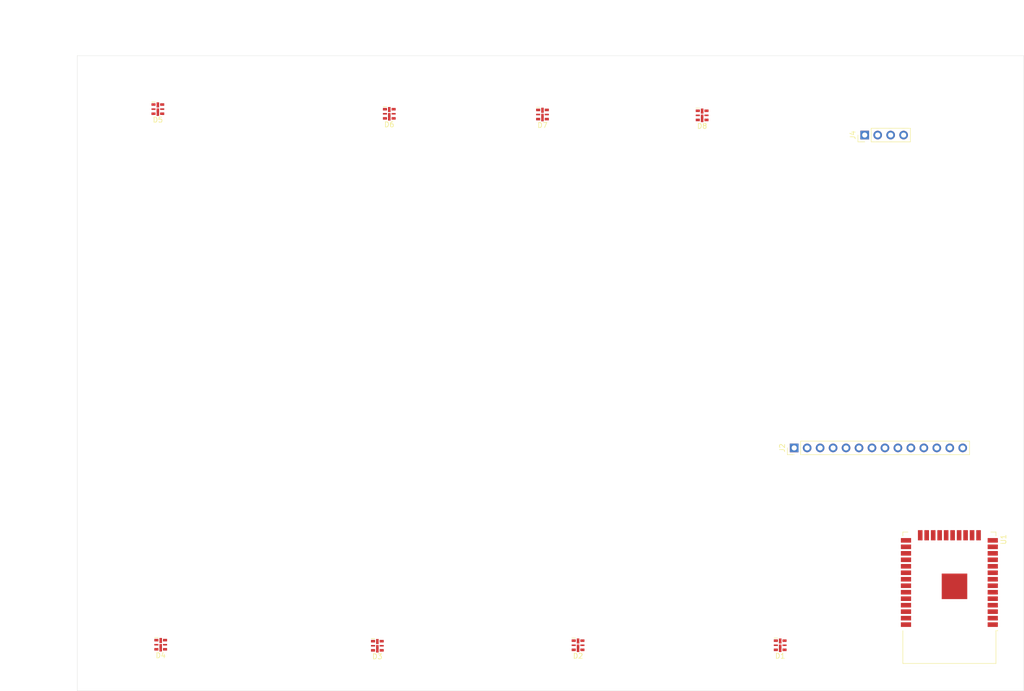
<source format=kicad_pcb>
(kicad_pcb (version 20171130) (host pcbnew "(5.1.2-1)-1")

  (general
    (thickness 1.6)
    (drawings 6)
    (tracks 0)
    (zones 0)
    (modules 11)
    (nets 71)
  )

  (page A4)
  (layers
    (0 F.Cu signal)
    (31 B.Cu signal)
    (32 B.Adhes user)
    (33 F.Adhes user)
    (34 B.Paste user)
    (35 F.Paste user)
    (36 B.SilkS user)
    (37 F.SilkS user)
    (38 B.Mask user)
    (39 F.Mask user)
    (40 Dwgs.User user)
    (41 Cmts.User user)
    (42 Eco1.User user)
    (43 Eco2.User user)
    (44 Edge.Cuts user)
    (45 Margin user)
    (46 B.CrtYd user)
    (47 F.CrtYd user)
    (48 B.Fab user)
    (49 F.Fab user)
  )

  (setup
    (last_trace_width 0.25)
    (trace_clearance 0.2)
    (zone_clearance 0.508)
    (zone_45_only no)
    (trace_min 0.2)
    (via_size 0.8)
    (via_drill 0.4)
    (via_min_size 0.4)
    (via_min_drill 0.3)
    (uvia_size 0.3)
    (uvia_drill 0.1)
    (uvias_allowed no)
    (uvia_min_size 0.2)
    (uvia_min_drill 0.1)
    (edge_width 0.05)
    (segment_width 0.2)
    (pcb_text_width 0.3)
    (pcb_text_size 1.5 1.5)
    (mod_edge_width 0.12)
    (mod_text_size 1 1)
    (mod_text_width 0.15)
    (pad_size 1.524 1.524)
    (pad_drill 0.762)
    (pad_to_mask_clearance 0.051)
    (solder_mask_min_width 0.25)
    (aux_axis_origin 45.72 25.4)
    (grid_origin 45.72 25.4)
    (visible_elements FFFFFF7F)
    (pcbplotparams
      (layerselection 0x010fc_ffffffff)
      (usegerberextensions false)
      (usegerberattributes false)
      (usegerberadvancedattributes false)
      (creategerberjobfile false)
      (excludeedgelayer true)
      (linewidth 0.100000)
      (plotframeref false)
      (viasonmask false)
      (mode 1)
      (useauxorigin false)
      (hpglpennumber 1)
      (hpglpenspeed 20)
      (hpglpendiameter 15.000000)
      (psnegative false)
      (psa4output false)
      (plotreference true)
      (plotvalue true)
      (plotinvisibletext false)
      (padsonsilk false)
      (subtractmaskfromsilk false)
      (outputformat 1)
      (mirror false)
      (drillshape 1)
      (scaleselection 1)
      (outputdirectory ""))
  )

  (net 0 "")
  (net 1 GND)
  (net 2 +3V3)
  (net 3 /LED_D)
  (net 4 /LED_CLK)
  (net 5 "Net-(D1-Pad3)")
  (net 6 "Net-(D1-Pad2)")
  (net 7 "Net-(D2-Pad3)")
  (net 8 "Net-(D2-Pad2)")
  (net 9 "Net-(D3-Pad3)")
  (net 10 "Net-(D3-Pad2)")
  (net 11 "Net-(D4-Pad3)")
  (net 12 "Net-(D4-Pad2)")
  (net 13 "Net-(D5-Pad3)")
  (net 14 "Net-(D5-Pad2)")
  (net 15 "Net-(D6-Pad3)")
  (net 16 "Net-(D6-Pad2)")
  (net 17 "Net-(D8-Pad3)")
  (net 18 "Net-(D8-Pad2)")
  (net 19 /LCD_CS)
  (net 20 /LCD_RST)
  (net 21 /LCD_DR_SEL)
  (net 22 /LCD_SDI)
  (net 23 /LCD_SCK)
  (net 24 /LCD_BL)
  (net 25 /LCD_SDO)
  (net 26 /T_CLK)
  (net 27 /T_CS)
  (net 28 /T_DIN)
  (net 29 /T_DO)
  (net 30 /T_IRQ)
  (net 31 /SD_CS)
  (net 32 /SD_MOSI)
  (net 33 /SD_MISO)
  (net 34 /SD_SCK)
  (net 35 "Net-(U1-Pad37)")
  (net 36 "Net-(U1-Pad36)")
  (net 37 "Net-(U1-Pad35)")
  (net 38 "Net-(U1-Pad34)")
  (net 39 "Net-(U1-Pad33)")
  (net 40 "Net-(U1-Pad32)")
  (net 41 "Net-(U1-Pad31)")
  (net 42 "Net-(U1-Pad30)")
  (net 43 "Net-(U1-Pad29)")
  (net 44 "Net-(U1-Pad28)")
  (net 45 "Net-(U1-Pad27)")
  (net 46 "Net-(U1-Pad26)")
  (net 47 "Net-(U1-Pad25)")
  (net 48 "Net-(U1-Pad24)")
  (net 49 "Net-(U1-Pad23)")
  (net 50 "Net-(U1-Pad22)")
  (net 51 "Net-(U1-Pad21)")
  (net 52 "Net-(U1-Pad20)")
  (net 53 "Net-(U1-Pad19)")
  (net 54 "Net-(U1-Pad18)")
  (net 55 "Net-(U1-Pad17)")
  (net 56 "Net-(U1-Pad16)")
  (net 57 "Net-(U1-Pad14)")
  (net 58 "Net-(U1-Pad13)")
  (net 59 "Net-(U1-Pad12)")
  (net 60 "Net-(U1-Pad11)")
  (net 61 "Net-(U1-Pad10)")
  (net 62 "Net-(U1-Pad9)")
  (net 63 "Net-(U1-Pad8)")
  (net 64 "Net-(U1-Pad7)")
  (net 65 "Net-(U1-Pad6)")
  (net 66 "Net-(U1-Pad5)")
  (net 67 "Net-(U1-Pad4)")
  (net 68 "Net-(U1-Pad3)")
  (net 69 "Net-(D7-Pad3)")
  (net 70 "Net-(D7-Pad2)")

  (net_class Default "This is the default net class."
    (clearance 0.2)
    (trace_width 0.25)
    (via_dia 0.8)
    (via_drill 0.4)
    (uvia_dia 0.3)
    (uvia_drill 0.1)
    (add_net +3V3)
    (add_net /LCD_BL)
    (add_net /LCD_CS)
    (add_net /LCD_DR_SEL)
    (add_net /LCD_RST)
    (add_net /LCD_SCK)
    (add_net /LCD_SDI)
    (add_net /LCD_SDO)
    (add_net /LED_CLK)
    (add_net /LED_D)
    (add_net /SD_CS)
    (add_net /SD_MISO)
    (add_net /SD_MOSI)
    (add_net /SD_SCK)
    (add_net /T_CLK)
    (add_net /T_CS)
    (add_net /T_DIN)
    (add_net /T_DO)
    (add_net /T_IRQ)
    (add_net GND)
    (add_net "Net-(D1-Pad2)")
    (add_net "Net-(D1-Pad3)")
    (add_net "Net-(D2-Pad2)")
    (add_net "Net-(D2-Pad3)")
    (add_net "Net-(D3-Pad2)")
    (add_net "Net-(D3-Pad3)")
    (add_net "Net-(D4-Pad2)")
    (add_net "Net-(D4-Pad3)")
    (add_net "Net-(D5-Pad2)")
    (add_net "Net-(D5-Pad3)")
    (add_net "Net-(D6-Pad2)")
    (add_net "Net-(D6-Pad3)")
    (add_net "Net-(D7-Pad2)")
    (add_net "Net-(D7-Pad3)")
    (add_net "Net-(D8-Pad2)")
    (add_net "Net-(D8-Pad3)")
    (add_net "Net-(U1-Pad10)")
    (add_net "Net-(U1-Pad11)")
    (add_net "Net-(U1-Pad12)")
    (add_net "Net-(U1-Pad13)")
    (add_net "Net-(U1-Pad14)")
    (add_net "Net-(U1-Pad16)")
    (add_net "Net-(U1-Pad17)")
    (add_net "Net-(U1-Pad18)")
    (add_net "Net-(U1-Pad19)")
    (add_net "Net-(U1-Pad20)")
    (add_net "Net-(U1-Pad21)")
    (add_net "Net-(U1-Pad22)")
    (add_net "Net-(U1-Pad23)")
    (add_net "Net-(U1-Pad24)")
    (add_net "Net-(U1-Pad25)")
    (add_net "Net-(U1-Pad26)")
    (add_net "Net-(U1-Pad27)")
    (add_net "Net-(U1-Pad28)")
    (add_net "Net-(U1-Pad29)")
    (add_net "Net-(U1-Pad3)")
    (add_net "Net-(U1-Pad30)")
    (add_net "Net-(U1-Pad31)")
    (add_net "Net-(U1-Pad32)")
    (add_net "Net-(U1-Pad33)")
    (add_net "Net-(U1-Pad34)")
    (add_net "Net-(U1-Pad35)")
    (add_net "Net-(U1-Pad36)")
    (add_net "Net-(U1-Pad37)")
    (add_net "Net-(U1-Pad4)")
    (add_net "Net-(U1-Pad5)")
    (add_net "Net-(U1-Pad6)")
    (add_net "Net-(U1-Pad7)")
    (add_net "Net-(U1-Pad8)")
    (add_net "Net-(U1-Pad9)")
  )

  (module RF_Modules_Local:ESP32-WROOM-32 (layer F.Cu) (tedit 5B5B4654) (tstamp 5CF83650)
    (at 216.5858 128.6256 180)
    (descr "Single 2.4 GHz Wi-Fi and Bluetooth combo chip https://www.espressif.com/sites/default/files/documentation/esp32-wroom-32_datasheet_en.pdf")
    (tags "Single 2.4 GHz Wi-Fi and Bluetooth combo  chip")
    (path /5CF3750F)
    (attr smd)
    (fp_text reference U1 (at -10.61 8.43 90) (layer F.SilkS)
      (effects (font (size 1 1) (thickness 0.15)))
    )
    (fp_text value ESP32-WROOM-32 (at 0 11.5) (layer F.Fab)
      (effects (font (size 1 1) (thickness 0.15)))
    )
    (fp_line (start -9.12 -9.445) (end -9.5 -9.445) (layer F.SilkS) (width 0.12))
    (fp_line (start -9.12 -15.865) (end -9.12 -9.445) (layer F.SilkS) (width 0.12))
    (fp_line (start 9.12 -15.865) (end 9.12 -9.445) (layer F.SilkS) (width 0.12))
    (fp_line (start -9.12 -15.865) (end 9.12 -15.865) (layer F.SilkS) (width 0.12))
    (fp_line (start 9.12 9.88) (end 8.12 9.88) (layer F.SilkS) (width 0.12))
    (fp_line (start 9.12 9.1) (end 9.12 9.88) (layer F.SilkS) (width 0.12))
    (fp_line (start -9.12 9.88) (end -8.12 9.88) (layer F.SilkS) (width 0.12))
    (fp_line (start -9.12 9.1) (end -9.12 9.88) (layer F.SilkS) (width 0.12))
    (fp_line (start 8.4 -20.6) (end 8.2 -20.4) (layer Cmts.User) (width 0.1))
    (fp_line (start 8.4 -16) (end 8.4 -20.6) (layer Cmts.User) (width 0.1))
    (fp_line (start 8.4 -20.6) (end 8.6 -20.4) (layer Cmts.User) (width 0.1))
    (fp_line (start 8.4 -16) (end 8.6 -16.2) (layer Cmts.User) (width 0.1))
    (fp_line (start 8.4 -16) (end 8.2 -16.2) (layer Cmts.User) (width 0.1))
    (fp_line (start -9.2 -13.875) (end -9.4 -14.075) (layer Cmts.User) (width 0.1))
    (fp_line (start -13.8 -13.875) (end -9.2 -13.875) (layer Cmts.User) (width 0.1))
    (fp_line (start -9.2 -13.875) (end -9.4 -13.675) (layer Cmts.User) (width 0.1))
    (fp_line (start -13.8 -13.875) (end -13.6 -13.675) (layer Cmts.User) (width 0.1))
    (fp_line (start -13.8 -13.875) (end -13.6 -14.075) (layer Cmts.User) (width 0.1))
    (fp_line (start 9.2 -13.875) (end 9.4 -13.675) (layer Cmts.User) (width 0.1))
    (fp_line (start 9.2 -13.875) (end 9.4 -14.075) (layer Cmts.User) (width 0.1))
    (fp_line (start 13.8 -13.875) (end 13.6 -13.675) (layer Cmts.User) (width 0.1))
    (fp_line (start 13.8 -13.875) (end 13.6 -14.075) (layer Cmts.User) (width 0.1))
    (fp_line (start 9.2 -13.875) (end 13.8 -13.875) (layer Cmts.User) (width 0.1))
    (fp_line (start 14 -11.585) (end 12 -9.97) (layer Dwgs.User) (width 0.1))
    (fp_line (start 14 -13.2) (end 10 -9.97) (layer Dwgs.User) (width 0.1))
    (fp_line (start 14 -14.815) (end 8 -9.97) (layer Dwgs.User) (width 0.1))
    (fp_line (start 14 -16.43) (end 6 -9.97) (layer Dwgs.User) (width 0.1))
    (fp_line (start 14 -18.045) (end 4 -9.97) (layer Dwgs.User) (width 0.1))
    (fp_line (start 14 -19.66) (end 2 -9.97) (layer Dwgs.User) (width 0.1))
    (fp_line (start 13.475 -20.75) (end 0 -9.97) (layer Dwgs.User) (width 0.1))
    (fp_line (start 11.475 -20.75) (end -2 -9.97) (layer Dwgs.User) (width 0.1))
    (fp_line (start 9.475 -20.75) (end -4 -9.97) (layer Dwgs.User) (width 0.1))
    (fp_line (start 7.475 -20.75) (end -6 -9.97) (layer Dwgs.User) (width 0.1))
    (fp_line (start -8 -9.97) (end 5.475 -20.75) (layer Dwgs.User) (width 0.1))
    (fp_line (start 3.475 -20.75) (end -10 -9.97) (layer Dwgs.User) (width 0.1))
    (fp_line (start 1.475 -20.75) (end -12 -9.97) (layer Dwgs.User) (width 0.1))
    (fp_line (start -0.525 -20.75) (end -14 -9.97) (layer Dwgs.User) (width 0.1))
    (fp_line (start -2.525 -20.75) (end -14 -11.585) (layer Dwgs.User) (width 0.1))
    (fp_line (start -4.525 -20.75) (end -14 -13.2) (layer Dwgs.User) (width 0.1))
    (fp_line (start -6.525 -20.75) (end -14 -14.815) (layer Dwgs.User) (width 0.1))
    (fp_line (start -8.525 -20.75) (end -14 -16.43) (layer Dwgs.User) (width 0.1))
    (fp_line (start -10.525 -20.75) (end -14 -18.045) (layer Dwgs.User) (width 0.1))
    (fp_line (start -12.525 -20.75) (end -14 -19.66) (layer Dwgs.User) (width 0.1))
    (fp_line (start 9.75 -9.72) (end 14.25 -9.72) (layer F.CrtYd) (width 0.05))
    (fp_line (start -14.25 -9.72) (end -9.75 -9.72) (layer F.CrtYd) (width 0.05))
    (fp_line (start 14.25 -21) (end 14.25 -9.72) (layer F.CrtYd) (width 0.05))
    (fp_line (start -14.25 -21) (end -14.25 -9.72) (layer F.CrtYd) (width 0.05))
    (fp_line (start 14 -20.75) (end -14 -20.75) (layer Dwgs.User) (width 0.1))
    (fp_line (start 14 -9.97) (end 14 -20.75) (layer Dwgs.User) (width 0.1))
    (fp_line (start 14 -9.97) (end -14 -9.97) (layer Dwgs.User) (width 0.1))
    (fp_line (start -9 -9.02) (end -8.5 -9.52) (layer F.Fab) (width 0.1))
    (fp_line (start -8.5 -9.52) (end -9 -10.02) (layer F.Fab) (width 0.1))
    (fp_line (start -9 -9.02) (end -9 9.76) (layer F.Fab) (width 0.1))
    (fp_line (start -14.25 -21) (end 14.25 -21) (layer F.CrtYd) (width 0.05))
    (fp_line (start 9.75 -9.72) (end 9.75 10.5) (layer F.CrtYd) (width 0.05))
    (fp_line (start -9.75 10.5) (end 9.75 10.5) (layer F.CrtYd) (width 0.05))
    (fp_line (start -9.75 10.5) (end -9.75 -9.72) (layer F.CrtYd) (width 0.05))
    (fp_line (start -9 -15.745) (end 9 -15.745) (layer F.Fab) (width 0.1))
    (fp_line (start -9 -15.745) (end -9 -10.02) (layer F.Fab) (width 0.1))
    (fp_line (start -9 9.76) (end 9 9.76) (layer F.Fab) (width 0.1))
    (fp_line (start 9 9.76) (end 9 -15.745) (layer F.Fab) (width 0.1))
    (fp_line (start -14 -9.97) (end -14 -20.75) (layer Dwgs.User) (width 0.1))
    (fp_text user "5 mm" (at 7.8 -19.075 90) (layer Cmts.User)
      (effects (font (size 0.5 0.5) (thickness 0.1)))
    )
    (fp_text user "5 mm" (at -11.2 -14.375) (layer Cmts.User)
      (effects (font (size 0.5 0.5) (thickness 0.1)))
    )
    (fp_text user "5 mm" (at 11.8 -14.375) (layer Cmts.User)
      (effects (font (size 0.5 0.5) (thickness 0.1)))
    )
    (fp_text user Antenna (at 0 -13) (layer Cmts.User)
      (effects (font (size 1 1) (thickness 0.15)))
    )
    (fp_text user "KEEP-OUT ZONE" (at 0 -19) (layer Cmts.User)
      (effects (font (size 1 1) (thickness 0.15)))
    )
    (fp_text user %R (at 0 0) (layer F.Fab)
      (effects (font (size 1 1) (thickness 0.15)))
    )
    (pad 38 smd rect (at 8.5 -8.255 180) (size 2 0.9) (layers F.Cu F.Paste F.Mask)
      (net 1 GND))
    (pad 37 smd rect (at 8.5 -6.985 180) (size 2 0.9) (layers F.Cu F.Paste F.Mask)
      (net 35 "Net-(U1-Pad37)"))
    (pad 36 smd rect (at 8.5 -5.715 180) (size 2 0.9) (layers F.Cu F.Paste F.Mask)
      (net 36 "Net-(U1-Pad36)"))
    (pad 35 smd rect (at 8.5 -4.445 180) (size 2 0.9) (layers F.Cu F.Paste F.Mask)
      (net 37 "Net-(U1-Pad35)"))
    (pad 34 smd rect (at 8.5 -3.175 180) (size 2 0.9) (layers F.Cu F.Paste F.Mask)
      (net 38 "Net-(U1-Pad34)"))
    (pad 33 smd rect (at 8.5 -1.905 180) (size 2 0.9) (layers F.Cu F.Paste F.Mask)
      (net 39 "Net-(U1-Pad33)"))
    (pad 32 smd rect (at 8.5 -0.635 180) (size 2 0.9) (layers F.Cu F.Paste F.Mask)
      (net 40 "Net-(U1-Pad32)"))
    (pad 31 smd rect (at 8.5 0.635 180) (size 2 0.9) (layers F.Cu F.Paste F.Mask)
      (net 41 "Net-(U1-Pad31)"))
    (pad 30 smd rect (at 8.5 1.905 180) (size 2 0.9) (layers F.Cu F.Paste F.Mask)
      (net 42 "Net-(U1-Pad30)"))
    (pad 29 smd rect (at 8.5 3.175 180) (size 2 0.9) (layers F.Cu F.Paste F.Mask)
      (net 43 "Net-(U1-Pad29)"))
    (pad 28 smd rect (at 8.5 4.445 180) (size 2 0.9) (layers F.Cu F.Paste F.Mask)
      (net 44 "Net-(U1-Pad28)"))
    (pad 27 smd rect (at 8.5 5.715 180) (size 2 0.9) (layers F.Cu F.Paste F.Mask)
      (net 45 "Net-(U1-Pad27)"))
    (pad 26 smd rect (at 8.5 6.985 180) (size 2 0.9) (layers F.Cu F.Paste F.Mask)
      (net 46 "Net-(U1-Pad26)"))
    (pad 25 smd rect (at 8.5 8.255 180) (size 2 0.9) (layers F.Cu F.Paste F.Mask)
      (net 47 "Net-(U1-Pad25)"))
    (pad 24 smd rect (at 5.715 9.255 270) (size 2 0.9) (layers F.Cu F.Paste F.Mask)
      (net 48 "Net-(U1-Pad24)"))
    (pad 23 smd rect (at 4.445 9.255 270) (size 2 0.9) (layers F.Cu F.Paste F.Mask)
      (net 49 "Net-(U1-Pad23)"))
    (pad 22 smd rect (at 3.175 9.255 270) (size 2 0.9) (layers F.Cu F.Paste F.Mask)
      (net 50 "Net-(U1-Pad22)"))
    (pad 21 smd rect (at 1.905 9.255 270) (size 2 0.9) (layers F.Cu F.Paste F.Mask)
      (net 51 "Net-(U1-Pad21)"))
    (pad 20 smd rect (at 0.635 9.255 270) (size 2 0.9) (layers F.Cu F.Paste F.Mask)
      (net 52 "Net-(U1-Pad20)"))
    (pad 19 smd rect (at -0.635 9.255 270) (size 2 0.9) (layers F.Cu F.Paste F.Mask)
      (net 53 "Net-(U1-Pad19)"))
    (pad 18 smd rect (at -1.905 9.255 270) (size 2 0.9) (layers F.Cu F.Paste F.Mask)
      (net 54 "Net-(U1-Pad18)"))
    (pad 17 smd rect (at -3.175 9.255 270) (size 2 0.9) (layers F.Cu F.Paste F.Mask)
      (net 55 "Net-(U1-Pad17)"))
    (pad 16 smd rect (at -4.445 9.255 270) (size 2 0.9) (layers F.Cu F.Paste F.Mask)
      (net 56 "Net-(U1-Pad16)"))
    (pad 15 smd rect (at -5.715 9.255 270) (size 2 0.9) (layers F.Cu F.Paste F.Mask)
      (net 1 GND))
    (pad 14 smd rect (at -8.5 8.255 180) (size 2 0.9) (layers F.Cu F.Paste F.Mask)
      (net 57 "Net-(U1-Pad14)"))
    (pad 13 smd rect (at -8.5 6.985 180) (size 2 0.9) (layers F.Cu F.Paste F.Mask)
      (net 58 "Net-(U1-Pad13)"))
    (pad 12 smd rect (at -8.5 5.715 180) (size 2 0.9) (layers F.Cu F.Paste F.Mask)
      (net 59 "Net-(U1-Pad12)"))
    (pad 11 smd rect (at -8.5 4.445 180) (size 2 0.9) (layers F.Cu F.Paste F.Mask)
      (net 60 "Net-(U1-Pad11)"))
    (pad 10 smd rect (at -8.5 3.175 180) (size 2 0.9) (layers F.Cu F.Paste F.Mask)
      (net 61 "Net-(U1-Pad10)"))
    (pad 9 smd rect (at -8.5 1.905 180) (size 2 0.9) (layers F.Cu F.Paste F.Mask)
      (net 62 "Net-(U1-Pad9)"))
    (pad 8 smd rect (at -8.5 0.635 180) (size 2 0.9) (layers F.Cu F.Paste F.Mask)
      (net 63 "Net-(U1-Pad8)"))
    (pad 7 smd rect (at -8.5 -0.635 180) (size 2 0.9) (layers F.Cu F.Paste F.Mask)
      (net 64 "Net-(U1-Pad7)"))
    (pad 6 smd rect (at -8.5 -1.905 180) (size 2 0.9) (layers F.Cu F.Paste F.Mask)
      (net 65 "Net-(U1-Pad6)"))
    (pad 5 smd rect (at -8.5 -3.175 180) (size 2 0.9) (layers F.Cu F.Paste F.Mask)
      (net 66 "Net-(U1-Pad5)"))
    (pad 4 smd rect (at -8.5 -4.445 180) (size 2 0.9) (layers F.Cu F.Paste F.Mask)
      (net 67 "Net-(U1-Pad4)"))
    (pad 3 smd rect (at -8.5 -5.715 180) (size 2 0.9) (layers F.Cu F.Paste F.Mask)
      (net 68 "Net-(U1-Pad3)"))
    (pad 2 smd rect (at -8.5 -6.985 180) (size 2 0.9) (layers F.Cu F.Paste F.Mask)
      (net 2 +3V3))
    (pad 1 smd rect (at -8.5 -8.255 180) (size 2 0.9) (layers F.Cu F.Paste F.Mask)
      (net 1 GND))
    (pad 39 smd rect (at -1 -0.755 180) (size 5 5) (layers F.Cu F.Paste F.Mask))
    (model ${KISYS3DMOD}/RF_Module.3dshapes/ESP32-WROOM-32.wrl
      (at (xyz 0 0 0))
      (scale (xyz 1 1 1))
      (rotate (xyz 0 0 0))
    )
  )

  (module Pin_Headers:Pin_Header_Straight_1x04_Pitch2.54mm (layer F.Cu) (tedit 59650532) (tstamp 5CF835E1)
    (at 199.9996 40.9702 90)
    (descr "Through hole straight pin header, 1x04, 2.54mm pitch, single row")
    (tags "Through hole pin header THT 1x04 2.54mm single row")
    (path /5CF9FE79)
    (fp_text reference J4 (at 0 -2.33 90) (layer F.SilkS)
      (effects (font (size 1 1) (thickness 0.15)))
    )
    (fp_text value Conn_01x04_Female (at 0 9.95 90) (layer F.Fab)
      (effects (font (size 1 1) (thickness 0.15)))
    )
    (fp_line (start -0.635 -1.27) (end 1.27 -1.27) (layer F.Fab) (width 0.1))
    (fp_line (start 1.27 -1.27) (end 1.27 8.89) (layer F.Fab) (width 0.1))
    (fp_line (start 1.27 8.89) (end -1.27 8.89) (layer F.Fab) (width 0.1))
    (fp_line (start -1.27 8.89) (end -1.27 -0.635) (layer F.Fab) (width 0.1))
    (fp_line (start -1.27 -0.635) (end -0.635 -1.27) (layer F.Fab) (width 0.1))
    (fp_line (start -1.33 8.95) (end 1.33 8.95) (layer F.SilkS) (width 0.12))
    (fp_line (start -1.33 1.27) (end -1.33 8.95) (layer F.SilkS) (width 0.12))
    (fp_line (start 1.33 1.27) (end 1.33 8.95) (layer F.SilkS) (width 0.12))
    (fp_line (start -1.33 1.27) (end 1.33 1.27) (layer F.SilkS) (width 0.12))
    (fp_line (start -1.33 0) (end -1.33 -1.33) (layer F.SilkS) (width 0.12))
    (fp_line (start -1.33 -1.33) (end 0 -1.33) (layer F.SilkS) (width 0.12))
    (fp_line (start -1.8 -1.8) (end -1.8 9.4) (layer F.CrtYd) (width 0.05))
    (fp_line (start -1.8 9.4) (end 1.8 9.4) (layer F.CrtYd) (width 0.05))
    (fp_line (start 1.8 9.4) (end 1.8 -1.8) (layer F.CrtYd) (width 0.05))
    (fp_line (start 1.8 -1.8) (end -1.8 -1.8) (layer F.CrtYd) (width 0.05))
    (fp_text user %R (at 0 3.81) (layer F.Fab)
      (effects (font (size 1 1) (thickness 0.15)))
    )
    (pad 1 thru_hole rect (at 0 0 90) (size 1.7 1.7) (drill 1) (layers *.Cu *.Mask)
      (net 31 /SD_CS))
    (pad 2 thru_hole oval (at 0 2.54 90) (size 1.7 1.7) (drill 1) (layers *.Cu *.Mask)
      (net 32 /SD_MOSI))
    (pad 3 thru_hole oval (at 0 5.08 90) (size 1.7 1.7) (drill 1) (layers *.Cu *.Mask)
      (net 33 /SD_MISO))
    (pad 4 thru_hole oval (at 0 7.62 90) (size 1.7 1.7) (drill 1) (layers *.Cu *.Mask)
      (net 34 /SD_SCK))
    (model ${KISYS3DMOD}/Pin_Headers.3dshapes/Pin_Header_Straight_1x04_Pitch2.54mm.wrl
      (at (xyz 0 0 0))
      (scale (xyz 1 1 1))
      (rotate (xyz 0 0 0))
    )
  )

  (module Pin_Headers:Pin_Header_Straight_1x14_Pitch2.54mm (layer F.Cu) (tedit 59650532) (tstamp 5CF835DE)
    (at 186.182 102.2604 90)
    (descr "Through hole straight pin header, 1x14, 2.54mm pitch, single row")
    (tags "Through hole pin header THT 1x14 2.54mm single row")
    (path /5CF838D7)
    (fp_text reference J2 (at 0 -2.33 90) (layer F.SilkS)
      (effects (font (size 1 1) (thickness 0.15)))
    )
    (fp_text value Conn_01x14_Female (at 0 35.35 90) (layer F.Fab)
      (effects (font (size 1 1) (thickness 0.15)))
    )
    (fp_line (start -0.635 -1.27) (end 1.27 -1.27) (layer F.Fab) (width 0.1))
    (fp_line (start 1.27 -1.27) (end 1.27 34.29) (layer F.Fab) (width 0.1))
    (fp_line (start 1.27 34.29) (end -1.27 34.29) (layer F.Fab) (width 0.1))
    (fp_line (start -1.27 34.29) (end -1.27 -0.635) (layer F.Fab) (width 0.1))
    (fp_line (start -1.27 -0.635) (end -0.635 -1.27) (layer F.Fab) (width 0.1))
    (fp_line (start -1.33 34.35) (end 1.33 34.35) (layer F.SilkS) (width 0.12))
    (fp_line (start -1.33 1.27) (end -1.33 34.35) (layer F.SilkS) (width 0.12))
    (fp_line (start 1.33 1.27) (end 1.33 34.35) (layer F.SilkS) (width 0.12))
    (fp_line (start -1.33 1.27) (end 1.33 1.27) (layer F.SilkS) (width 0.12))
    (fp_line (start -1.33 0) (end -1.33 -1.33) (layer F.SilkS) (width 0.12))
    (fp_line (start -1.33 -1.33) (end 0 -1.33) (layer F.SilkS) (width 0.12))
    (fp_line (start -1.8 -1.8) (end -1.8 34.8) (layer F.CrtYd) (width 0.05))
    (fp_line (start -1.8 34.8) (end 1.8 34.8) (layer F.CrtYd) (width 0.05))
    (fp_line (start 1.8 34.8) (end 1.8 -1.8) (layer F.CrtYd) (width 0.05))
    (fp_line (start 1.8 -1.8) (end -1.8 -1.8) (layer F.CrtYd) (width 0.05))
    (fp_text user %R (at 0 16.51) (layer F.Fab)
      (effects (font (size 1 1) (thickness 0.15)))
    )
    (pad 1 thru_hole rect (at 0 0 90) (size 1.7 1.7) (drill 1) (layers *.Cu *.Mask)
      (net 2 +3V3))
    (pad 2 thru_hole oval (at 0 2.54 90) (size 1.7 1.7) (drill 1) (layers *.Cu *.Mask)
      (net 1 GND))
    (pad 3 thru_hole oval (at 0 5.08 90) (size 1.7 1.7) (drill 1) (layers *.Cu *.Mask)
      (net 19 /LCD_CS))
    (pad 4 thru_hole oval (at 0 7.62 90) (size 1.7 1.7) (drill 1) (layers *.Cu *.Mask)
      (net 20 /LCD_RST))
    (pad 5 thru_hole oval (at 0 10.16 90) (size 1.7 1.7) (drill 1) (layers *.Cu *.Mask)
      (net 21 /LCD_DR_SEL))
    (pad 6 thru_hole oval (at 0 12.7 90) (size 1.7 1.7) (drill 1) (layers *.Cu *.Mask)
      (net 22 /LCD_SDI))
    (pad 7 thru_hole oval (at 0 15.24 90) (size 1.7 1.7) (drill 1) (layers *.Cu *.Mask)
      (net 23 /LCD_SCK))
    (pad 8 thru_hole oval (at 0 17.78 90) (size 1.7 1.7) (drill 1) (layers *.Cu *.Mask)
      (net 24 /LCD_BL))
    (pad 9 thru_hole oval (at 0 20.32 90) (size 1.7 1.7) (drill 1) (layers *.Cu *.Mask)
      (net 25 /LCD_SDO))
    (pad 10 thru_hole oval (at 0 22.86 90) (size 1.7 1.7) (drill 1) (layers *.Cu *.Mask)
      (net 26 /T_CLK))
    (pad 11 thru_hole oval (at 0 25.4 90) (size 1.7 1.7) (drill 1) (layers *.Cu *.Mask)
      (net 27 /T_CS))
    (pad 12 thru_hole oval (at 0 27.94 90) (size 1.7 1.7) (drill 1) (layers *.Cu *.Mask)
      (net 28 /T_DIN))
    (pad 13 thru_hole oval (at 0 30.48 90) (size 1.7 1.7) (drill 1) (layers *.Cu *.Mask)
      (net 29 /T_DO))
    (pad 14 thru_hole oval (at 0 33.02 90) (size 1.7 1.7) (drill 1) (layers *.Cu *.Mask)
      (net 30 /T_IRQ))
    (model ${KISYS3DMOD}/Pin_Headers.3dshapes/Pin_Header_Straight_1x14_Pitch2.54mm.wrl
      (at (xyz 0 0 0))
      (scale (xyz 1 1 1))
      (rotate (xyz 0 0 0))
    )
  )

  (module LED_SMD:LED-APA102-2020 (layer F.Cu) (tedit 5C62815F) (tstamp 5CF835DB)
    (at 168.148 37.1094)
    (descr http://www.led-color.com/upload/201604/APA102-2020%20SMD%20LED.pdf)
    (tags "LED RGB SPI")
    (path /5CF4E51F)
    (attr smd)
    (fp_text reference D8 (at 0 2.11) (layer F.SilkS)
      (effects (font (size 1 1) (thickness 0.15)))
    )
    (fp_text value APA102-2020 (at 0 -2) (layer F.Fab)
      (effects (font (size 1 1) (thickness 0.15)))
    )
    (fp_line (start 1.5 1.4) (end 0.5 1.4) (layer F.CrtYd) (width 0.05))
    (fp_line (start -0.5 1.4) (end -1.5 1.4) (layer F.CrtYd) (width 0.05))
    (fp_line (start -1.5 -1.4) (end -0.5 -1.4) (layer F.CrtYd) (width 0.05))
    (fp_line (start 0.5 -1.4) (end 1.5 -1.4) (layer F.CrtYd) (width 0.05))
    (fp_line (start 0.5 -1.58) (end 0.5 -1.4) (layer F.CrtYd) (width 0.05))
    (fp_line (start -0.5 -1.58) (end 0.5 -1.58) (layer F.CrtYd) (width 0.05))
    (fp_line (start -0.5 -1.4) (end -0.5 -1.58) (layer F.CrtYd) (width 0.05))
    (fp_line (start 0.5 1.58) (end 0.5 1.4) (layer F.CrtYd) (width 0.05))
    (fp_line (start -0.5 1.58) (end 0.5 1.58) (layer F.CrtYd) (width 0.05))
    (fp_line (start -0.5 1.4) (end -0.5 1.58) (layer F.CrtYd) (width 0.05))
    (fp_line (start -1.5 -1.4) (end -1.5 1.4) (layer F.CrtYd) (width 0.05))
    (fp_line (start -0.5 -1) (end -1 -0.5) (layer F.Fab) (width 0.1))
    (fp_text user %R (at 0 0) (layer F.Fab)
      (effects (font (size 1 1) (thickness 0.15)))
    )
    (fp_line (start -1.2 -1.4) (end -0.5 -1.4) (layer F.SilkS) (width 0.12))
    (fp_line (start 1.5 -1.4) (end 1.5 1.4) (layer F.CrtYd) (width 0.05))
    (fp_line (start -1 1) (end -1 -0.5) (layer F.Fab) (width 0.1))
    (fp_line (start 1 1) (end -1 1) (layer F.Fab) (width 0.1))
    (fp_line (start 1 -1) (end 1 1) (layer F.Fab) (width 0.1))
    (fp_line (start -0.5 -1) (end 1 -1) (layer F.Fab) (width 0.1))
    (pad 6 smd rect (at 0 0.59 90) (size 1.48 0.5) (layers F.Cu F.Paste F.Mask)
      (net 1 GND))
    (pad 1 smd rect (at 0 -0.83 90) (size 1 0.5) (layers F.Cu F.Paste F.Mask)
      (net 2 +3V3))
    (pad 6 smd rect (at 0.85 -0.9) (size 0.8 0.5) (layers F.Cu F.Paste F.Mask)
      (net 1 GND))
    (pad 4 smd rect (at 0.85 0.9) (size 0.8 0.5) (layers F.Cu F.Paste F.Mask)
      (net 69 "Net-(D7-Pad3)"))
    (pad 5 smd rect (at 0.85 0) (size 0.8 0.3) (layers F.Cu F.Paste F.Mask)
      (net 70 "Net-(D7-Pad2)"))
    (pad 3 smd rect (at -0.85 0.9) (size 0.8 0.5) (layers F.Cu F.Paste F.Mask)
      (net 17 "Net-(D8-Pad3)"))
    (pad 2 smd rect (at -0.85 0) (size 0.8 0.3) (layers F.Cu F.Paste F.Mask)
      (net 18 "Net-(D8-Pad2)"))
    (pad 1 smd rect (at -0.85 -0.9) (size 0.8 0.5) (layers F.Cu F.Paste F.Mask)
      (net 2 +3V3))
    (model ${KISYS3DMOD}/LED_SMD.3dshapes/LED-APA102-2020.wrl
      (at (xyz 0 0 0))
      (scale (xyz 1 1 1))
      (rotate (xyz 0 0 0))
    )
  )

  (module LED_SMD:LED-APA102-2020 (layer F.Cu) (tedit 5C62815F) (tstamp 5CF835BC)
    (at 62.0776 140.8176)
    (descr http://www.led-color.com/upload/201604/APA102-2020%20SMD%20LED.pdf)
    (tags "LED RGB SPI")
    (path /5CF44F4F)
    (attr smd)
    (fp_text reference D4 (at 0 2.11) (layer F.SilkS)
      (effects (font (size 1 1) (thickness 0.15)))
    )
    (fp_text value APA102-2020 (at 0 -2) (layer F.Fab)
      (effects (font (size 1 1) (thickness 0.15)))
    )
    (fp_line (start 1.5 1.4) (end 0.5 1.4) (layer F.CrtYd) (width 0.05))
    (fp_line (start -0.5 1.4) (end -1.5 1.4) (layer F.CrtYd) (width 0.05))
    (fp_line (start -1.5 -1.4) (end -0.5 -1.4) (layer F.CrtYd) (width 0.05))
    (fp_line (start 0.5 -1.4) (end 1.5 -1.4) (layer F.CrtYd) (width 0.05))
    (fp_line (start 0.5 -1.58) (end 0.5 -1.4) (layer F.CrtYd) (width 0.05))
    (fp_line (start -0.5 -1.58) (end 0.5 -1.58) (layer F.CrtYd) (width 0.05))
    (fp_line (start -0.5 -1.4) (end -0.5 -1.58) (layer F.CrtYd) (width 0.05))
    (fp_line (start 0.5 1.58) (end 0.5 1.4) (layer F.CrtYd) (width 0.05))
    (fp_line (start -0.5 1.58) (end 0.5 1.58) (layer F.CrtYd) (width 0.05))
    (fp_line (start -0.5 1.4) (end -0.5 1.58) (layer F.CrtYd) (width 0.05))
    (fp_line (start -1.5 -1.4) (end -1.5 1.4) (layer F.CrtYd) (width 0.05))
    (fp_line (start -0.5 -1) (end -1 -0.5) (layer F.Fab) (width 0.1))
    (fp_text user %R (at 0 0) (layer F.Fab)
      (effects (font (size 1 1) (thickness 0.15)))
    )
    (fp_line (start -1.2 -1.4) (end -0.5 -1.4) (layer F.SilkS) (width 0.12))
    (fp_line (start 1.5 -1.4) (end 1.5 1.4) (layer F.CrtYd) (width 0.05))
    (fp_line (start -1 1) (end -1 -0.5) (layer F.Fab) (width 0.1))
    (fp_line (start 1 1) (end -1 1) (layer F.Fab) (width 0.1))
    (fp_line (start 1 -1) (end 1 1) (layer F.Fab) (width 0.1))
    (fp_line (start -0.5 -1) (end 1 -1) (layer F.Fab) (width 0.1))
    (pad 6 smd rect (at 0 0.59 90) (size 1.48 0.5) (layers F.Cu F.Paste F.Mask)
      (net 1 GND))
    (pad 1 smd rect (at 0 -0.83 90) (size 1 0.5) (layers F.Cu F.Paste F.Mask)
      (net 2 +3V3))
    (pad 6 smd rect (at 0.85 -0.9) (size 0.8 0.5) (layers F.Cu F.Paste F.Mask)
      (net 1 GND))
    (pad 4 smd rect (at 0.85 0.9) (size 0.8 0.5) (layers F.Cu F.Paste F.Mask)
      (net 9 "Net-(D3-Pad3)"))
    (pad 5 smd rect (at 0.85 0) (size 0.8 0.3) (layers F.Cu F.Paste F.Mask)
      (net 10 "Net-(D3-Pad2)"))
    (pad 3 smd rect (at -0.85 0.9) (size 0.8 0.5) (layers F.Cu F.Paste F.Mask)
      (net 11 "Net-(D4-Pad3)"))
    (pad 2 smd rect (at -0.85 0) (size 0.8 0.3) (layers F.Cu F.Paste F.Mask)
      (net 12 "Net-(D4-Pad2)"))
    (pad 1 smd rect (at -0.85 -0.9) (size 0.8 0.5) (layers F.Cu F.Paste F.Mask)
      (net 2 +3V3))
    (model ${KISYS3DMOD}/LED_SMD.3dshapes/LED-APA102-2020.wrl
      (at (xyz 0 0 0))
      (scale (xyz 1 1 1))
      (rotate (xyz 0 0 0))
    )
  )

  (module LED_SMD:LED-APA102-2020 (layer F.Cu) (tedit 5C62815F) (tstamp 5CF8359D)
    (at 136.8688 36.946)
    (descr http://www.led-color.com/upload/201604/APA102-2020%20SMD%20LED.pdf)
    (tags "LED RGB SPI")
    (path /5CF4E519)
    (attr smd)
    (fp_text reference D7 (at 0 2.11) (layer F.SilkS)
      (effects (font (size 1 1) (thickness 0.15)))
    )
    (fp_text value APA102-2020 (at 0 -2) (layer F.Fab)
      (effects (font (size 1 1) (thickness 0.15)))
    )
    (fp_line (start 1.5 1.4) (end 0.5 1.4) (layer F.CrtYd) (width 0.05))
    (fp_line (start -0.5 1.4) (end -1.5 1.4) (layer F.CrtYd) (width 0.05))
    (fp_line (start -1.5 -1.4) (end -0.5 -1.4) (layer F.CrtYd) (width 0.05))
    (fp_line (start 0.5 -1.4) (end 1.5 -1.4) (layer F.CrtYd) (width 0.05))
    (fp_line (start 0.5 -1.58) (end 0.5 -1.4) (layer F.CrtYd) (width 0.05))
    (fp_line (start -0.5 -1.58) (end 0.5 -1.58) (layer F.CrtYd) (width 0.05))
    (fp_line (start -0.5 -1.4) (end -0.5 -1.58) (layer F.CrtYd) (width 0.05))
    (fp_line (start 0.5 1.58) (end 0.5 1.4) (layer F.CrtYd) (width 0.05))
    (fp_line (start -0.5 1.58) (end 0.5 1.58) (layer F.CrtYd) (width 0.05))
    (fp_line (start -0.5 1.4) (end -0.5 1.58) (layer F.CrtYd) (width 0.05))
    (fp_line (start -1.5 -1.4) (end -1.5 1.4) (layer F.CrtYd) (width 0.05))
    (fp_line (start -0.5 -1) (end -1 -0.5) (layer F.Fab) (width 0.1))
    (fp_text user %R (at 0 0) (layer F.Fab)
      (effects (font (size 1 1) (thickness 0.15)))
    )
    (fp_line (start -1.2 -1.4) (end -0.5 -1.4) (layer F.SilkS) (width 0.12))
    (fp_line (start 1.5 -1.4) (end 1.5 1.4) (layer F.CrtYd) (width 0.05))
    (fp_line (start -1 1) (end -1 -0.5) (layer F.Fab) (width 0.1))
    (fp_line (start 1 1) (end -1 1) (layer F.Fab) (width 0.1))
    (fp_line (start 1 -1) (end 1 1) (layer F.Fab) (width 0.1))
    (fp_line (start -0.5 -1) (end 1 -1) (layer F.Fab) (width 0.1))
    (pad 6 smd rect (at 0 0.59 90) (size 1.48 0.5) (layers F.Cu F.Paste F.Mask)
      (net 1 GND))
    (pad 1 smd rect (at 0 -0.83 90) (size 1 0.5) (layers F.Cu F.Paste F.Mask)
      (net 2 +3V3))
    (pad 6 smd rect (at 0.85 -0.9) (size 0.8 0.5) (layers F.Cu F.Paste F.Mask)
      (net 1 GND))
    (pad 4 smd rect (at 0.85 0.9) (size 0.8 0.5) (layers F.Cu F.Paste F.Mask)
      (net 15 "Net-(D6-Pad3)"))
    (pad 5 smd rect (at 0.85 0) (size 0.8 0.3) (layers F.Cu F.Paste F.Mask)
      (net 16 "Net-(D6-Pad2)"))
    (pad 3 smd rect (at -0.85 0.9) (size 0.8 0.5) (layers F.Cu F.Paste F.Mask)
      (net 69 "Net-(D7-Pad3)"))
    (pad 2 smd rect (at -0.85 0) (size 0.8 0.3) (layers F.Cu F.Paste F.Mask)
      (net 70 "Net-(D7-Pad2)"))
    (pad 1 smd rect (at -0.85 -0.9) (size 0.8 0.5) (layers F.Cu F.Paste F.Mask)
      (net 2 +3V3))
    (model ${KISYS3DMOD}/LED_SMD.3dshapes/LED-APA102-2020.wrl
      (at (xyz 0 0 0))
      (scale (xyz 1 1 1))
      (rotate (xyz 0 0 0))
    )
  )

  (module LED_SMD:LED-APA102-2020 (layer F.Cu) (tedit 5C62815F) (tstamp 5CF8357E)
    (at 104.521 141.0208)
    (descr http://www.led-color.com/upload/201604/APA102-2020%20SMD%20LED.pdf)
    (tags "LED RGB SPI")
    (path /5CF440DC)
    (attr smd)
    (fp_text reference D3 (at 0 2.11) (layer F.SilkS)
      (effects (font (size 1 1) (thickness 0.15)))
    )
    (fp_text value APA102-2020 (at 0 -2) (layer F.Fab)
      (effects (font (size 1 1) (thickness 0.15)))
    )
    (fp_line (start 1.5 1.4) (end 0.5 1.4) (layer F.CrtYd) (width 0.05))
    (fp_line (start -0.5 1.4) (end -1.5 1.4) (layer F.CrtYd) (width 0.05))
    (fp_line (start -1.5 -1.4) (end -0.5 -1.4) (layer F.CrtYd) (width 0.05))
    (fp_line (start 0.5 -1.4) (end 1.5 -1.4) (layer F.CrtYd) (width 0.05))
    (fp_line (start 0.5 -1.58) (end 0.5 -1.4) (layer F.CrtYd) (width 0.05))
    (fp_line (start -0.5 -1.58) (end 0.5 -1.58) (layer F.CrtYd) (width 0.05))
    (fp_line (start -0.5 -1.4) (end -0.5 -1.58) (layer F.CrtYd) (width 0.05))
    (fp_line (start 0.5 1.58) (end 0.5 1.4) (layer F.CrtYd) (width 0.05))
    (fp_line (start -0.5 1.58) (end 0.5 1.58) (layer F.CrtYd) (width 0.05))
    (fp_line (start -0.5 1.4) (end -0.5 1.58) (layer F.CrtYd) (width 0.05))
    (fp_line (start -1.5 -1.4) (end -1.5 1.4) (layer F.CrtYd) (width 0.05))
    (fp_line (start -0.5 -1) (end -1 -0.5) (layer F.Fab) (width 0.1))
    (fp_text user %R (at 0 0) (layer F.Fab)
      (effects (font (size 1 1) (thickness 0.15)))
    )
    (fp_line (start -1.2 -1.4) (end -0.5 -1.4) (layer F.SilkS) (width 0.12))
    (fp_line (start 1.5 -1.4) (end 1.5 1.4) (layer F.CrtYd) (width 0.05))
    (fp_line (start -1 1) (end -1 -0.5) (layer F.Fab) (width 0.1))
    (fp_line (start 1 1) (end -1 1) (layer F.Fab) (width 0.1))
    (fp_line (start 1 -1) (end 1 1) (layer F.Fab) (width 0.1))
    (fp_line (start -0.5 -1) (end 1 -1) (layer F.Fab) (width 0.1))
    (pad 6 smd rect (at 0 0.59 90) (size 1.48 0.5) (layers F.Cu F.Paste F.Mask)
      (net 1 GND))
    (pad 1 smd rect (at 0 -0.83 90) (size 1 0.5) (layers F.Cu F.Paste F.Mask)
      (net 2 +3V3))
    (pad 6 smd rect (at 0.85 -0.9) (size 0.8 0.5) (layers F.Cu F.Paste F.Mask)
      (net 1 GND))
    (pad 4 smd rect (at 0.85 0.9) (size 0.8 0.5) (layers F.Cu F.Paste F.Mask)
      (net 7 "Net-(D2-Pad3)"))
    (pad 5 smd rect (at 0.85 0) (size 0.8 0.3) (layers F.Cu F.Paste F.Mask)
      (net 8 "Net-(D2-Pad2)"))
    (pad 3 smd rect (at -0.85 0.9) (size 0.8 0.5) (layers F.Cu F.Paste F.Mask)
      (net 9 "Net-(D3-Pad3)"))
    (pad 2 smd rect (at -0.85 0) (size 0.8 0.3) (layers F.Cu F.Paste F.Mask)
      (net 10 "Net-(D3-Pad2)"))
    (pad 1 smd rect (at -0.85 -0.9) (size 0.8 0.5) (layers F.Cu F.Paste F.Mask)
      (net 2 +3V3))
    (model ${KISYS3DMOD}/LED_SMD.3dshapes/LED-APA102-2020.wrl
      (at (xyz 0 0 0))
      (scale (xyz 1 1 1))
      (rotate (xyz 0 0 0))
    )
  )

  (module LED_SMD:LED-APA102-2020 (layer F.Cu) (tedit 5C62815F) (tstamp 5CF8355F)
    (at 106.8578 36.8046)
    (descr http://www.led-color.com/upload/201604/APA102-2020%20SMD%20LED.pdf)
    (tags "LED RGB SPI")
    (path /5CF4E513)
    (attr smd)
    (fp_text reference D6 (at 0 2.11) (layer F.SilkS)
      (effects (font (size 1 1) (thickness 0.15)))
    )
    (fp_text value APA102-2020 (at 0 -2) (layer F.Fab)
      (effects (font (size 1 1) (thickness 0.15)))
    )
    (fp_line (start 1.5 1.4) (end 0.5 1.4) (layer F.CrtYd) (width 0.05))
    (fp_line (start -0.5 1.4) (end -1.5 1.4) (layer F.CrtYd) (width 0.05))
    (fp_line (start -1.5 -1.4) (end -0.5 -1.4) (layer F.CrtYd) (width 0.05))
    (fp_line (start 0.5 -1.4) (end 1.5 -1.4) (layer F.CrtYd) (width 0.05))
    (fp_line (start 0.5 -1.58) (end 0.5 -1.4) (layer F.CrtYd) (width 0.05))
    (fp_line (start -0.5 -1.58) (end 0.5 -1.58) (layer F.CrtYd) (width 0.05))
    (fp_line (start -0.5 -1.4) (end -0.5 -1.58) (layer F.CrtYd) (width 0.05))
    (fp_line (start 0.5 1.58) (end 0.5 1.4) (layer F.CrtYd) (width 0.05))
    (fp_line (start -0.5 1.58) (end 0.5 1.58) (layer F.CrtYd) (width 0.05))
    (fp_line (start -0.5 1.4) (end -0.5 1.58) (layer F.CrtYd) (width 0.05))
    (fp_line (start -1.5 -1.4) (end -1.5 1.4) (layer F.CrtYd) (width 0.05))
    (fp_line (start -0.5 -1) (end -1 -0.5) (layer F.Fab) (width 0.1))
    (fp_text user %R (at 0 0) (layer F.Fab)
      (effects (font (size 1 1) (thickness 0.15)))
    )
    (fp_line (start -1.2 -1.4) (end -0.5 -1.4) (layer F.SilkS) (width 0.12))
    (fp_line (start 1.5 -1.4) (end 1.5 1.4) (layer F.CrtYd) (width 0.05))
    (fp_line (start -1 1) (end -1 -0.5) (layer F.Fab) (width 0.1))
    (fp_line (start 1 1) (end -1 1) (layer F.Fab) (width 0.1))
    (fp_line (start 1 -1) (end 1 1) (layer F.Fab) (width 0.1))
    (fp_line (start -0.5 -1) (end 1 -1) (layer F.Fab) (width 0.1))
    (pad 6 smd rect (at 0 0.59 90) (size 1.48 0.5) (layers F.Cu F.Paste F.Mask)
      (net 1 GND))
    (pad 1 smd rect (at 0 -0.83 90) (size 1 0.5) (layers F.Cu F.Paste F.Mask)
      (net 2 +3V3))
    (pad 6 smd rect (at 0.85 -0.9) (size 0.8 0.5) (layers F.Cu F.Paste F.Mask)
      (net 1 GND))
    (pad 4 smd rect (at 0.85 0.9) (size 0.8 0.5) (layers F.Cu F.Paste F.Mask)
      (net 13 "Net-(D5-Pad3)"))
    (pad 5 smd rect (at 0.85 0) (size 0.8 0.3) (layers F.Cu F.Paste F.Mask)
      (net 14 "Net-(D5-Pad2)"))
    (pad 3 smd rect (at -0.85 0.9) (size 0.8 0.5) (layers F.Cu F.Paste F.Mask)
      (net 15 "Net-(D6-Pad3)"))
    (pad 2 smd rect (at -0.85 0) (size 0.8 0.3) (layers F.Cu F.Paste F.Mask)
      (net 16 "Net-(D6-Pad2)"))
    (pad 1 smd rect (at -0.85 -0.9) (size 0.8 0.5) (layers F.Cu F.Paste F.Mask)
      (net 2 +3V3))
    (model ${KISYS3DMOD}/LED_SMD.3dshapes/LED-APA102-2020.wrl
      (at (xyz 0 0 0))
      (scale (xyz 1 1 1))
      (rotate (xyz 0 0 0))
    )
  )

  (module LED_SMD:LED-APA102-2020 (layer F.Cu) (tedit 5C62815F) (tstamp 5CF83540)
    (at 143.8402 140.9192)
    (descr http://www.led-color.com/upload/201604/APA102-2020%20SMD%20LED.pdf)
    (tags "LED RGB SPI")
    (path /5CF435C6)
    (attr smd)
    (fp_text reference D2 (at 0 2.11) (layer F.SilkS)
      (effects (font (size 1 1) (thickness 0.15)))
    )
    (fp_text value APA102-2020 (at 0 -2) (layer F.Fab)
      (effects (font (size 1 1) (thickness 0.15)))
    )
    (fp_line (start 1.5 1.4) (end 0.5 1.4) (layer F.CrtYd) (width 0.05))
    (fp_line (start -0.5 1.4) (end -1.5 1.4) (layer F.CrtYd) (width 0.05))
    (fp_line (start -1.5 -1.4) (end -0.5 -1.4) (layer F.CrtYd) (width 0.05))
    (fp_line (start 0.5 -1.4) (end 1.5 -1.4) (layer F.CrtYd) (width 0.05))
    (fp_line (start 0.5 -1.58) (end 0.5 -1.4) (layer F.CrtYd) (width 0.05))
    (fp_line (start -0.5 -1.58) (end 0.5 -1.58) (layer F.CrtYd) (width 0.05))
    (fp_line (start -0.5 -1.4) (end -0.5 -1.58) (layer F.CrtYd) (width 0.05))
    (fp_line (start 0.5 1.58) (end 0.5 1.4) (layer F.CrtYd) (width 0.05))
    (fp_line (start -0.5 1.58) (end 0.5 1.58) (layer F.CrtYd) (width 0.05))
    (fp_line (start -0.5 1.4) (end -0.5 1.58) (layer F.CrtYd) (width 0.05))
    (fp_line (start -1.5 -1.4) (end -1.5 1.4) (layer F.CrtYd) (width 0.05))
    (fp_line (start -0.5 -1) (end -1 -0.5) (layer F.Fab) (width 0.1))
    (fp_text user %R (at 0 0) (layer F.Fab)
      (effects (font (size 1 1) (thickness 0.15)))
    )
    (fp_line (start -1.2 -1.4) (end -0.5 -1.4) (layer F.SilkS) (width 0.12))
    (fp_line (start 1.5 -1.4) (end 1.5 1.4) (layer F.CrtYd) (width 0.05))
    (fp_line (start -1 1) (end -1 -0.5) (layer F.Fab) (width 0.1))
    (fp_line (start 1 1) (end -1 1) (layer F.Fab) (width 0.1))
    (fp_line (start 1 -1) (end 1 1) (layer F.Fab) (width 0.1))
    (fp_line (start -0.5 -1) (end 1 -1) (layer F.Fab) (width 0.1))
    (pad 6 smd rect (at 0 0.59 90) (size 1.48 0.5) (layers F.Cu F.Paste F.Mask)
      (net 1 GND))
    (pad 1 smd rect (at 0 -0.83 90) (size 1 0.5) (layers F.Cu F.Paste F.Mask)
      (net 2 +3V3))
    (pad 6 smd rect (at 0.85 -0.9) (size 0.8 0.5) (layers F.Cu F.Paste F.Mask)
      (net 1 GND))
    (pad 4 smd rect (at 0.85 0.9) (size 0.8 0.5) (layers F.Cu F.Paste F.Mask)
      (net 5 "Net-(D1-Pad3)"))
    (pad 5 smd rect (at 0.85 0) (size 0.8 0.3) (layers F.Cu F.Paste F.Mask)
      (net 6 "Net-(D1-Pad2)"))
    (pad 3 smd rect (at -0.85 0.9) (size 0.8 0.5) (layers F.Cu F.Paste F.Mask)
      (net 7 "Net-(D2-Pad3)"))
    (pad 2 smd rect (at -0.85 0) (size 0.8 0.3) (layers F.Cu F.Paste F.Mask)
      (net 8 "Net-(D2-Pad2)"))
    (pad 1 smd rect (at -0.85 -0.9) (size 0.8 0.5) (layers F.Cu F.Paste F.Mask)
      (net 2 +3V3))
    (model ${KISYS3DMOD}/LED_SMD.3dshapes/LED-APA102-2020.wrl
      (at (xyz 0 0 0))
      (scale (xyz 1 1 1))
      (rotate (xyz 0 0 0))
    )
  )

  (module LED_SMD:LED-APA102-2020 (layer F.Cu) (tedit 5C62815F) (tstamp 5CF83521)
    (at 61.5188 35.8902)
    (descr http://www.led-color.com/upload/201604/APA102-2020%20SMD%20LED.pdf)
    (tags "LED RGB SPI")
    (path /5CF4E50D)
    (attr smd)
    (fp_text reference D5 (at 0 2.11) (layer F.SilkS)
      (effects (font (size 1 1) (thickness 0.15)))
    )
    (fp_text value APA102-2020 (at 0 -2) (layer F.Fab)
      (effects (font (size 1 1) (thickness 0.15)))
    )
    (fp_line (start 1.5 1.4) (end 0.5 1.4) (layer F.CrtYd) (width 0.05))
    (fp_line (start -0.5 1.4) (end -1.5 1.4) (layer F.CrtYd) (width 0.05))
    (fp_line (start -1.5 -1.4) (end -0.5 -1.4) (layer F.CrtYd) (width 0.05))
    (fp_line (start 0.5 -1.4) (end 1.5 -1.4) (layer F.CrtYd) (width 0.05))
    (fp_line (start 0.5 -1.58) (end 0.5 -1.4) (layer F.CrtYd) (width 0.05))
    (fp_line (start -0.5 -1.58) (end 0.5 -1.58) (layer F.CrtYd) (width 0.05))
    (fp_line (start -0.5 -1.4) (end -0.5 -1.58) (layer F.CrtYd) (width 0.05))
    (fp_line (start 0.5 1.58) (end 0.5 1.4) (layer F.CrtYd) (width 0.05))
    (fp_line (start -0.5 1.58) (end 0.5 1.58) (layer F.CrtYd) (width 0.05))
    (fp_line (start -0.5 1.4) (end -0.5 1.58) (layer F.CrtYd) (width 0.05))
    (fp_line (start -1.5 -1.4) (end -1.5 1.4) (layer F.CrtYd) (width 0.05))
    (fp_line (start -0.5 -1) (end -1 -0.5) (layer F.Fab) (width 0.1))
    (fp_text user %R (at 0 0) (layer F.Fab)
      (effects (font (size 1 1) (thickness 0.15)))
    )
    (fp_line (start -1.2 -1.4) (end -0.5 -1.4) (layer F.SilkS) (width 0.12))
    (fp_line (start 1.5 -1.4) (end 1.5 1.4) (layer F.CrtYd) (width 0.05))
    (fp_line (start -1 1) (end -1 -0.5) (layer F.Fab) (width 0.1))
    (fp_line (start 1 1) (end -1 1) (layer F.Fab) (width 0.1))
    (fp_line (start 1 -1) (end 1 1) (layer F.Fab) (width 0.1))
    (fp_line (start -0.5 -1) (end 1 -1) (layer F.Fab) (width 0.1))
    (pad 6 smd rect (at 0 0.59 90) (size 1.48 0.5) (layers F.Cu F.Paste F.Mask)
      (net 1 GND))
    (pad 1 smd rect (at 0 -0.83 90) (size 1 0.5) (layers F.Cu F.Paste F.Mask)
      (net 2 +3V3))
    (pad 6 smd rect (at 0.85 -0.9) (size 0.8 0.5) (layers F.Cu F.Paste F.Mask)
      (net 1 GND))
    (pad 4 smd rect (at 0.85 0.9) (size 0.8 0.5) (layers F.Cu F.Paste F.Mask)
      (net 11 "Net-(D4-Pad3)"))
    (pad 5 smd rect (at 0.85 0) (size 0.8 0.3) (layers F.Cu F.Paste F.Mask)
      (net 12 "Net-(D4-Pad2)"))
    (pad 3 smd rect (at -0.85 0.9) (size 0.8 0.5) (layers F.Cu F.Paste F.Mask)
      (net 13 "Net-(D5-Pad3)"))
    (pad 2 smd rect (at -0.85 0) (size 0.8 0.3) (layers F.Cu F.Paste F.Mask)
      (net 14 "Net-(D5-Pad2)"))
    (pad 1 smd rect (at -0.85 -0.9) (size 0.8 0.5) (layers F.Cu F.Paste F.Mask)
      (net 2 +3V3))
    (model ${KISYS3DMOD}/LED_SMD.3dshapes/LED-APA102-2020.wrl
      (at (xyz 0 0 0))
      (scale (xyz 1 1 1))
      (rotate (xyz 0 0 0))
    )
  )

  (module LED_SMD:LED-APA102-2020 (layer F.Cu) (tedit 5C62815F) (tstamp 5CF83502)
    (at 183.4388 140.9192)
    (descr http://www.led-color.com/upload/201604/APA102-2020%20SMD%20LED.pdf)
    (tags "LED RGB SPI")
    (path /5CF3C706)
    (attr smd)
    (fp_text reference D1 (at 0 2.11) (layer F.SilkS)
      (effects (font (size 1 1) (thickness 0.15)))
    )
    (fp_text value APA102-2020 (at 0 -2) (layer F.Fab)
      (effects (font (size 1 1) (thickness 0.15)))
    )
    (fp_line (start 1.5 1.4) (end 0.5 1.4) (layer F.CrtYd) (width 0.05))
    (fp_line (start -0.5 1.4) (end -1.5 1.4) (layer F.CrtYd) (width 0.05))
    (fp_line (start -1.5 -1.4) (end -0.5 -1.4) (layer F.CrtYd) (width 0.05))
    (fp_line (start 0.5 -1.4) (end 1.5 -1.4) (layer F.CrtYd) (width 0.05))
    (fp_line (start 0.5 -1.58) (end 0.5 -1.4) (layer F.CrtYd) (width 0.05))
    (fp_line (start -0.5 -1.58) (end 0.5 -1.58) (layer F.CrtYd) (width 0.05))
    (fp_line (start -0.5 -1.4) (end -0.5 -1.58) (layer F.CrtYd) (width 0.05))
    (fp_line (start 0.5 1.58) (end 0.5 1.4) (layer F.CrtYd) (width 0.05))
    (fp_line (start -0.5 1.58) (end 0.5 1.58) (layer F.CrtYd) (width 0.05))
    (fp_line (start -0.5 1.4) (end -0.5 1.58) (layer F.CrtYd) (width 0.05))
    (fp_line (start -1.5 -1.4) (end -1.5 1.4) (layer F.CrtYd) (width 0.05))
    (fp_line (start -0.5 -1) (end -1 -0.5) (layer F.Fab) (width 0.1))
    (fp_text user %R (at 0 0) (layer F.Fab)
      (effects (font (size 1 1) (thickness 0.15)))
    )
    (fp_line (start -1.2 -1.4) (end -0.5 -1.4) (layer F.SilkS) (width 0.12))
    (fp_line (start 1.5 -1.4) (end 1.5 1.4) (layer F.CrtYd) (width 0.05))
    (fp_line (start -1 1) (end -1 -0.5) (layer F.Fab) (width 0.1))
    (fp_line (start 1 1) (end -1 1) (layer F.Fab) (width 0.1))
    (fp_line (start 1 -1) (end 1 1) (layer F.Fab) (width 0.1))
    (fp_line (start -0.5 -1) (end 1 -1) (layer F.Fab) (width 0.1))
    (pad 6 smd rect (at 0 0.59 90) (size 1.48 0.5) (layers F.Cu F.Paste F.Mask)
      (net 1 GND))
    (pad 1 smd rect (at 0 -0.83 90) (size 1 0.5) (layers F.Cu F.Paste F.Mask)
      (net 2 +3V3))
    (pad 6 smd rect (at 0.85 -0.9) (size 0.8 0.5) (layers F.Cu F.Paste F.Mask)
      (net 1 GND))
    (pad 4 smd rect (at 0.85 0.9) (size 0.8 0.5) (layers F.Cu F.Paste F.Mask)
      (net 3 /LED_D))
    (pad 5 smd rect (at 0.85 0) (size 0.8 0.3) (layers F.Cu F.Paste F.Mask)
      (net 4 /LED_CLK))
    (pad 3 smd rect (at -0.85 0.9) (size 0.8 0.5) (layers F.Cu F.Paste F.Mask)
      (net 5 "Net-(D1-Pad3)"))
    (pad 2 smd rect (at -0.85 0) (size 0.8 0.3) (layers F.Cu F.Paste F.Mask)
      (net 6 "Net-(D1-Pad2)"))
    (pad 1 smd rect (at -0.85 -0.9) (size 0.8 0.5) (layers F.Cu F.Paste F.Mask)
      (net 2 +3V3))
    (model ${KISYS3DMOD}/LED_SMD.3dshapes/LED-APA102-2020.wrl
      (at (xyz 0 0 0))
      (scale (xyz 1 1 1))
      (rotate (xyz 0 0 0))
    )
  )

  (dimension 124.46 (width 0.15) (layer Dwgs.User)
    (gr_text "4.9000 in" (at 34.26 87.63 270) (layer Dwgs.User)
      (effects (font (size 1 1) (thickness 0.15)))
    )
    (feature1 (pts (xy 45.72 149.86) (xy 34.973579 149.86)))
    (feature2 (pts (xy 45.72 25.4) (xy 34.973579 25.4)))
    (crossbar (pts (xy 35.56 25.4) (xy 35.56 149.86)))
    (arrow1a (pts (xy 35.56 149.86) (xy 34.973579 148.733496)))
    (arrow1b (pts (xy 35.56 149.86) (xy 36.146421 148.733496)))
    (arrow2a (pts (xy 35.56 25.4) (xy 34.973579 26.526504)))
    (arrow2b (pts (xy 35.56 25.4) (xy 36.146421 26.526504)))
  )
  (dimension 185.42 (width 0.15) (layer Dwgs.User)
    (gr_text "7.3000 in" (at 138.43 15.21) (layer Dwgs.User)
      (effects (font (size 1 1) (thickness 0.15)))
    )
    (feature1 (pts (xy 231.14 25.4) (xy 231.14 15.923579)))
    (feature2 (pts (xy 45.72 25.4) (xy 45.72 15.923579)))
    (crossbar (pts (xy 45.72 16.51) (xy 231.14 16.51)))
    (arrow1a (pts (xy 231.14 16.51) (xy 230.013496 17.096421)))
    (arrow1b (pts (xy 231.14 16.51) (xy 230.013496 15.923579)))
    (arrow2a (pts (xy 45.72 16.51) (xy 46.846504 17.096421)))
    (arrow2b (pts (xy 45.72 16.51) (xy 46.846504 15.923579)))
  )
  (gr_line (start 45.72 149.86) (end 231.14 149.86) (layer Edge.Cuts) (width 0.05) (tstamp 5CF432BE))
  (gr_line (start 45.72 25.4) (end 231.14 25.4) (layer Edge.Cuts) (width 0.05) (tstamp 5CF432AA))
  (gr_line (start 45.72 25.4) (end 45.72 149.86) (layer Edge.Cuts) (width 0.05) (tstamp 5CF430DC))
  (gr_line (start 231.14 149.86) (end 231.14 25.4) (layer Edge.Cuts) (width 0.05))

)

</source>
